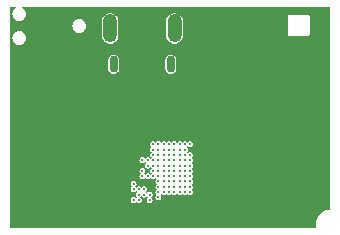
<source format=gbr>
%TF.GenerationSoftware,KiCad,Pcbnew,7.0.7*%
%TF.CreationDate,2023-11-24T16:48:55-08:00*%
%TF.ProjectId,beeper-design,62656570-6572-42d6-9465-7369676e2e6b,rev?*%
%TF.SameCoordinates,Original*%
%TF.FileFunction,Copper,L3,Inr*%
%TF.FilePolarity,Positive*%
%FSLAX46Y46*%
G04 Gerber Fmt 4.6, Leading zero omitted, Abs format (unit mm)*
G04 Created by KiCad (PCBNEW 7.0.7) date 2023-11-24 16:48:55*
%MOMM*%
%LPD*%
G01*
G04 APERTURE LIST*
%TA.AperFunction,ComponentPad*%
%ADD10O,0.730000X1.460000*%
%TD*%
%TA.AperFunction,ComponentPad*%
%ADD11O,1.200000X2.400000*%
%TD*%
%TA.AperFunction,ViaPad*%
%ADD12C,0.300000*%
%TD*%
G04 APERTURE END LIST*
D10*
%TO.N,Net-(C36-Pad1)*%
%TO.C,J6*%
X134719176Y-103485414D03*
X139569176Y-103485414D03*
D11*
X134419176Y-100455414D03*
X139869176Y-100455414D03*
%TD*%
D12*
%TO.N,unconnected-(U1D-P0_03-PadD7)*%
X138955165Y-113410086D03*
%TO.N,unconnected-(U1D-P0_20-PadC8)*%
X138505165Y-113860086D03*
%TO.N,unconnected-(U1B-nRST-PadB10)*%
X137307665Y-114517586D03*
%TO.N,unconnected-(U1E-P1_00-PadK4)*%
X140305165Y-110710086D03*
%TO.N,unconnected-(U1E-P1_07-PadK3)*%
X140755165Y-110710086D03*
%TO.N,unconnected-(U1E-P1_02-PadD5)*%
X139855165Y-113410086D03*
%TO.N,unconnected-(U1E-P1_13-PadH4)*%
X140305165Y-111610086D03*
%TO.N,unconnected-(U1D-P0_16-PadG8)*%
X138505165Y-112060086D03*
%TO.N,unconnected-(U1E-P1_01-PadE8)*%
X138505165Y-112960086D03*
%TO.N,unconnected-(U1E-P1_04-PadB8)*%
X138505165Y-114310086D03*
%TO.N,unconnected-(U1D-P0_23-PadH9)*%
X138055165Y-111610086D03*
%TO.N,unconnected-(U1D-P0_09-PadE7)*%
X138955165Y-112960086D03*
%TO.N,unconnected-(U1D-P0_02-PadD8)*%
X138505165Y-113410086D03*
%TO.N,unconnected-(U1E-P1_10-PadE5)*%
X139855165Y-112960086D03*
%TO.N,unconnected-(U1D-P0_18-PadB11)*%
X136857665Y-114517586D03*
%TO.N,unconnected-(U1D-P0_25-PadC3)*%
X140755165Y-113860086D03*
%TO.N,unconnected-(U1D-P0_10-PadG9)*%
X138055165Y-112060086D03*
%TO.N,unconnected-(U1E-P1_20-PadF3)*%
X140755165Y-112510086D03*
%TO.N,unconnected-(U1E-P1_28-PadF2)*%
X141205165Y-112510086D03*
%TO.N,unconnected-(U1D-P0_15-PadF8)*%
X138505165Y-112510086D03*
%TO.N,unconnected-(U1D-P0_21-PadE10)*%
X137605165Y-112960086D03*
%TO.N,unconnected-(U1D-P0_12-PadD4)*%
X140305165Y-113410086D03*
%TO.N,unconnected-(U1A-OQSIF_CLK-PadB4)*%
X140305165Y-114310086D03*
%TO.N,unconnected-(U1E-P1_19-PadF4)*%
X140305165Y-112510086D03*
%TO.N,unconnected-(U1D-P0_07-PadB6)*%
X139405165Y-114310086D03*
%TO.N,unconnected-(U1D-P0_26-PadC4)*%
X140305165Y-113860086D03*
%TO.N,unconnected-(U1E-P1_15-PadJ6)*%
X139405165Y-111160086D03*
%TO.N,unconnected-(U1D-P0_27-PadL7)*%
X138955165Y-110260086D03*
%TO.N,unconnected-(U1E-P1_24-PadJ3)*%
X140755165Y-111160086D03*
%TO.N,unconnected-(U1D-P0_08-PadG10)*%
X137605165Y-112060086D03*
%TO.N,unconnected-(U1E-P1_08-PadC6)*%
X139405165Y-113860086D03*
%TO.N,unconnected-(U1D-P0_22-PadH2)*%
X141205165Y-111610086D03*
%TO.N,unconnected-(U1D-P0_24-PadF7)*%
X138955165Y-112510086D03*
%TO.N,unconnected-(U1D-P0_17-PadF9)*%
X138055165Y-112510086D03*
%TO.N,unconnected-(U1E-P1_16-PadB5)*%
X139855165Y-114310086D03*
%TO.N,unconnected-(U1A-OQSIF_D3-PadB3)*%
X140755165Y-114310086D03*
%TO.N,unconnected-(U1D-P0_30-PadH10)*%
X137605165Y-111610086D03*
%TO.N,Net-(U1B-XTAL32Mp)*%
X137155165Y-112510086D03*
%TO.N,mcu_mcu-button0_gpio*%
X138055165Y-111160086D03*
%TO.N,/wpwr.module/mcu_mcu-etm_data3*%
X139405165Y-110710086D03*
%TO.N,/wpwr.module/mcu_mcu-mem_sdio2*%
X139855165Y-111610086D03*
%TO.N,/wpwr.module/V18P*%
X141205165Y-111160086D03*
%TO.N,VDDSYS*%
X141205165Y-110710086D03*
%TO.N,mcu_c-i2c_scl*%
X140755165Y-112960086D03*
%TO.N,/wpwr.module/mcu_mcu-mem_sdio0*%
X140305165Y-111160086D03*
%TO.N,GND*%
X138505165Y-111610086D03*
X138505165Y-114760086D03*
X139405165Y-111610086D03*
X137757665Y-114967586D03*
X136407665Y-114967586D03*
X139855165Y-112510086D03*
X139855165Y-112060086D03*
X138505165Y-110260086D03*
X136857665Y-114967586D03*
X136407665Y-113617586D03*
X138955165Y-111610086D03*
X138955165Y-112060086D03*
X137155165Y-112960086D03*
X139405165Y-112510086D03*
X137757665Y-114517586D03*
X136407665Y-114067586D03*
X138055165Y-110260086D03*
X139405165Y-112060086D03*
X141205165Y-113860086D03*
%TO.N,/wpwr.module/mcu_mcu-etm_data0*%
X138505165Y-111160086D03*
%TO.N,/wpwr.module/mcu_mcu-etm_clk*%
X139855165Y-110710086D03*
%TO.N,mcu_q-spi_cs*%
X141205165Y-112960086D03*
%TO.N,board-io_rgb_b*%
X140305165Y-110260086D03*
%TO.N,/wpwr.module/V12*%
X140755165Y-110260086D03*
%TO.N,/wpwr.module/mcu_mcu-etm_data2*%
X138955165Y-111160086D03*
%TO.N,/wpwr.module/mcu_mcu-dbg-m33_swdio*%
X138955165Y-113860086D03*
%TO.N,/wpwr.module/mcu_conn-uart_rx*%
X140305165Y-112960086D03*
%TO.N,/wpwr.module/mcu_mcu-mem_cs*%
X139855165Y-111160086D03*
%TO.N,/wpwr.module/V14*%
X141205165Y-110260086D03*
%TO.N,/wpwr.module/mcu_mcu-mem_sdio1*%
X140755165Y-112060086D03*
%TO.N,mcu_hap-gpio0_gpio*%
X140755165Y-113410086D03*
%TO.N,mcu_c-i2c_sda*%
X141205165Y-113410086D03*
%TO.N,mcu_mcu-wpwr1_gpio*%
X141205165Y-114310086D03*
%TO.N,mcu_q-spi_sdo*%
X138955165Y-114310086D03*
%TO.N,/wpwr.module/mcu_conn-uart_tx*%
X139405165Y-112960086D03*
%TO.N,mcu_q-spi_sdi*%
X141205165Y-112060086D03*
%TO.N,mcu_hap-i2c_scl*%
X139855165Y-113860086D03*
%TO.N,board-io_rgb_r*%
X139855165Y-110260086D03*
%TO.N,mcu_hap-gpio1_gpio*%
X137155165Y-111610086D03*
%TO.N,board-io_rgb_g*%
X139405165Y-110260086D03*
%TO.N,mcu_mcu-wpwr0_gpio*%
X136857665Y-114067586D03*
%TO.N,/wpwr.module/mcu_mcu-etm_data1*%
X138955165Y-110710086D03*
%TO.N,mcu_q-i3c_scl*%
X138055165Y-110710086D03*
%TO.N,mcu_hap-i2c_sda*%
X138055165Y-112960086D03*
%TO.N,/wpwr.module/mcu_mcu-mem_sdio3*%
X140305165Y-112060086D03*
%TO.N,/wpwr.module/mcu_mcu-mem_sck*%
X140755165Y-111610086D03*
%TO.N,mcu_q-spi_sck*%
X137307665Y-114067586D03*
%TO.N,/wpwr.module/mcu_mcu-dbg-m33_swdclk*%
X139405165Y-113410086D03*
%TO.N,board-io_qsen-i3c_sda*%
X138505165Y-110710086D03*
%TD*%
%TA.AperFunction,Conductor*%
%TO.N,VDDSYS*%
G36*
X126484222Y-98684601D02*
G01*
X126488323Y-98694500D01*
X126484222Y-98704399D01*
X126479682Y-98707433D01*
X126458859Y-98716058D01*
X126429321Y-98728293D01*
X126429319Y-98728294D01*
X126308999Y-98820620D01*
X126216673Y-98940940D01*
X126216672Y-98940942D01*
X126158633Y-99081061D01*
X126158633Y-99081063D01*
X126143551Y-99195624D01*
X126138837Y-99231428D01*
X126158554Y-99381196D01*
X126158633Y-99381792D01*
X126158633Y-99381794D01*
X126216672Y-99521913D01*
X126216673Y-99521915D01*
X126254586Y-99571323D01*
X126308999Y-99642236D01*
X126429322Y-99734563D01*
X126569441Y-99792602D01*
X126682056Y-99807428D01*
X126757558Y-99807428D01*
X126870173Y-99792602D01*
X127010292Y-99734563D01*
X127130615Y-99642236D01*
X127222942Y-99521913D01*
X127280981Y-99381794D01*
X127300777Y-99231428D01*
X127280981Y-99081062D01*
X127222942Y-98940943D01*
X127130615Y-98820620D01*
X127059702Y-98766207D01*
X127010294Y-98728294D01*
X127010292Y-98728293D01*
X127010292Y-98728292D01*
X126959932Y-98707433D01*
X126952357Y-98699858D01*
X126952357Y-98689142D01*
X126959933Y-98681566D01*
X126965291Y-98680500D01*
X153055500Y-98680500D01*
X153065399Y-98684601D01*
X153069500Y-98694500D01*
X153069500Y-115805500D01*
X153065399Y-115815399D01*
X153055500Y-115819500D01*
X152907093Y-115819500D01*
X152723565Y-115848568D01*
X152546842Y-115905988D01*
X152381286Y-115990344D01*
X152381270Y-115990354D01*
X152230957Y-116099563D01*
X152230949Y-116099570D01*
X152099570Y-116230949D01*
X152099563Y-116230957D01*
X151990354Y-116381270D01*
X151990344Y-116381286D01*
X151905988Y-116546842D01*
X151848568Y-116723565D01*
X151819500Y-116907093D01*
X151819500Y-117305500D01*
X151815399Y-117315399D01*
X151805500Y-117319500D01*
X125944500Y-117319500D01*
X125934601Y-117315399D01*
X125930500Y-117305500D01*
X125930500Y-114967586D01*
X136152257Y-114967586D01*
X136171698Y-115065324D01*
X136171698Y-115065325D01*
X136171699Y-115065326D01*
X136227064Y-115148187D01*
X136309925Y-115203552D01*
X136407665Y-115222994D01*
X136505405Y-115203552D01*
X136588266Y-115148187D01*
X136621024Y-115099159D01*
X136629934Y-115093207D01*
X136640443Y-115095297D01*
X136644305Y-115099159D01*
X136677064Y-115148187D01*
X136759925Y-115203552D01*
X136857665Y-115222994D01*
X136955405Y-115203552D01*
X137038266Y-115148187D01*
X137093631Y-115065326D01*
X137113073Y-114967586D01*
X137093631Y-114869846D01*
X137038266Y-114786985D01*
X136989238Y-114754226D01*
X136983286Y-114745317D01*
X136985376Y-114734808D01*
X136989239Y-114730945D01*
X137038266Y-114698187D01*
X137071024Y-114649159D01*
X137079934Y-114643207D01*
X137090443Y-114645297D01*
X137094305Y-114649159D01*
X137127064Y-114698187D01*
X137209925Y-114753552D01*
X137307665Y-114772994D01*
X137405405Y-114753552D01*
X137488266Y-114698187D01*
X137521024Y-114649159D01*
X137529934Y-114643207D01*
X137540443Y-114645297D01*
X137544305Y-114649159D01*
X137577064Y-114698187D01*
X137626090Y-114730945D01*
X137632043Y-114739855D01*
X137629953Y-114750364D01*
X137626090Y-114754227D01*
X137577064Y-114786985D01*
X137521698Y-114869847D01*
X137502257Y-114967585D01*
X137502257Y-114967586D01*
X137521698Y-115065324D01*
X137521698Y-115065325D01*
X137521699Y-115065326D01*
X137577064Y-115148187D01*
X137659925Y-115203552D01*
X137757665Y-115222994D01*
X137855405Y-115203552D01*
X137938266Y-115148187D01*
X137993631Y-115065326D01*
X138013073Y-114967586D01*
X137993631Y-114869846D01*
X137938266Y-114786985D01*
X137889238Y-114754226D01*
X137883286Y-114745317D01*
X137885376Y-114734808D01*
X137889239Y-114730945D01*
X137938266Y-114698187D01*
X137993631Y-114615326D01*
X138013073Y-114517586D01*
X137993631Y-114419846D01*
X137938266Y-114336985D01*
X137855405Y-114281620D01*
X137855404Y-114281619D01*
X137855403Y-114281619D01*
X137757665Y-114262178D01*
X137659926Y-114281619D01*
X137577064Y-114336985D01*
X137544306Y-114386011D01*
X137535396Y-114391964D01*
X137524887Y-114389874D01*
X137521024Y-114386011D01*
X137488266Y-114336985D01*
X137439238Y-114304226D01*
X137433286Y-114295317D01*
X137435376Y-114284808D01*
X137439239Y-114280945D01*
X137488266Y-114248187D01*
X137543631Y-114165326D01*
X137563073Y-114067586D01*
X137543631Y-113969846D01*
X137488266Y-113886985D01*
X137405405Y-113831620D01*
X137405404Y-113831619D01*
X137405403Y-113831619D01*
X137307665Y-113812178D01*
X137209926Y-113831619D01*
X137127064Y-113886985D01*
X137094306Y-113936011D01*
X137085396Y-113941964D01*
X137074887Y-113939874D01*
X137071024Y-113936011D01*
X137038266Y-113886985D01*
X136955405Y-113831620D01*
X136955404Y-113831619D01*
X136955403Y-113831619D01*
X136857665Y-113812178D01*
X136759926Y-113831619D01*
X136677064Y-113886985D01*
X136644306Y-113936011D01*
X136635396Y-113941964D01*
X136624887Y-113939874D01*
X136621024Y-113936011D01*
X136588266Y-113886985D01*
X136539238Y-113854226D01*
X136533286Y-113845317D01*
X136535376Y-113834808D01*
X136539239Y-113830945D01*
X136588266Y-113798187D01*
X136643631Y-113715326D01*
X136663073Y-113617586D01*
X136643631Y-113519846D01*
X136588266Y-113436985D01*
X136505405Y-113381620D01*
X136505404Y-113381619D01*
X136505403Y-113381619D01*
X136407665Y-113362178D01*
X136309926Y-113381619D01*
X136227064Y-113436985D01*
X136171698Y-113519847D01*
X136152257Y-113617585D01*
X136152257Y-113617586D01*
X136171698Y-113715324D01*
X136171698Y-113715325D01*
X136171699Y-113715326D01*
X136227064Y-113798187D01*
X136276090Y-113830945D01*
X136282043Y-113839855D01*
X136279953Y-113850364D01*
X136276090Y-113854227D01*
X136227064Y-113886985D01*
X136171698Y-113969847D01*
X136152257Y-114067585D01*
X136152257Y-114067586D01*
X136171698Y-114165324D01*
X136171698Y-114165325D01*
X136171699Y-114165326D01*
X136227064Y-114248187D01*
X136309925Y-114303552D01*
X136407665Y-114322994D01*
X136505405Y-114303552D01*
X136588266Y-114248187D01*
X136621024Y-114199159D01*
X136629934Y-114193207D01*
X136640443Y-114195297D01*
X136644305Y-114199159D01*
X136677064Y-114248187D01*
X136726090Y-114280945D01*
X136732043Y-114289855D01*
X136729953Y-114300364D01*
X136726090Y-114304227D01*
X136677064Y-114336985D01*
X136621698Y-114419847D01*
X136602257Y-114517585D01*
X136602257Y-114517586D01*
X136621698Y-114615324D01*
X136621698Y-114615325D01*
X136621699Y-114615326D01*
X136677064Y-114698187D01*
X136726090Y-114730945D01*
X136732043Y-114739855D01*
X136729953Y-114750364D01*
X136726090Y-114754227D01*
X136677064Y-114786985D01*
X136644306Y-114836011D01*
X136635396Y-114841964D01*
X136624887Y-114839874D01*
X136621024Y-114836011D01*
X136588266Y-114786985D01*
X136505405Y-114731620D01*
X136505404Y-114731619D01*
X136505403Y-114731619D01*
X136407665Y-114712178D01*
X136309926Y-114731619D01*
X136227064Y-114786985D01*
X136171698Y-114869847D01*
X136152257Y-114967585D01*
X136152257Y-114967586D01*
X125930500Y-114967586D01*
X125930500Y-112960086D01*
X136899757Y-112960086D01*
X136919198Y-113057824D01*
X136919198Y-113057825D01*
X136919199Y-113057826D01*
X136974564Y-113140687D01*
X137057425Y-113196052D01*
X137106295Y-113205773D01*
X137155164Y-113215494D01*
X137155164Y-113215493D01*
X137155165Y-113215494D01*
X137252905Y-113196052D01*
X137335766Y-113140687D01*
X137368524Y-113091659D01*
X137377434Y-113085707D01*
X137387943Y-113087797D01*
X137391805Y-113091659D01*
X137424564Y-113140687D01*
X137507425Y-113196052D01*
X137556295Y-113205773D01*
X137605164Y-113215494D01*
X137605164Y-113215493D01*
X137605165Y-113215494D01*
X137702905Y-113196052D01*
X137785766Y-113140687D01*
X137818524Y-113091659D01*
X137827434Y-113085707D01*
X137837943Y-113087797D01*
X137841805Y-113091659D01*
X137874564Y-113140687D01*
X137957425Y-113196052D01*
X138055165Y-113215494D01*
X138152905Y-113196052D01*
X138235766Y-113140687D01*
X138268524Y-113091659D01*
X138277434Y-113085707D01*
X138287943Y-113087797D01*
X138291805Y-113091659D01*
X138324564Y-113140687D01*
X138373590Y-113173445D01*
X138379543Y-113182355D01*
X138377453Y-113192864D01*
X138373590Y-113196727D01*
X138324564Y-113229485D01*
X138269198Y-113312347D01*
X138249757Y-113410085D01*
X138249757Y-113410086D01*
X138269198Y-113507824D01*
X138269198Y-113507825D01*
X138269199Y-113507826D01*
X138324564Y-113590687D01*
X138373591Y-113623445D01*
X138379543Y-113632354D01*
X138377453Y-113642863D01*
X138373590Y-113646725D01*
X138324565Y-113679483D01*
X138269198Y-113762347D01*
X138249757Y-113860085D01*
X138249757Y-113860086D01*
X138269198Y-113957824D01*
X138269198Y-113957825D01*
X138269199Y-113957826D01*
X138324564Y-114040687D01*
X138373590Y-114073445D01*
X138379543Y-114082355D01*
X138377453Y-114092864D01*
X138373590Y-114096727D01*
X138324564Y-114129485D01*
X138269198Y-114212347D01*
X138249757Y-114310085D01*
X138249757Y-114310086D01*
X138269198Y-114407824D01*
X138269198Y-114407825D01*
X138269199Y-114407826D01*
X138324564Y-114490687D01*
X138373590Y-114523445D01*
X138379543Y-114532355D01*
X138377453Y-114542864D01*
X138373590Y-114546727D01*
X138324564Y-114579485D01*
X138269198Y-114662347D01*
X138249757Y-114760085D01*
X138249757Y-114760086D01*
X138269198Y-114857824D01*
X138269198Y-114857825D01*
X138269199Y-114857826D01*
X138324564Y-114940687D01*
X138407425Y-114996052D01*
X138505165Y-115015494D01*
X138602905Y-114996052D01*
X138685766Y-114940687D01*
X138741131Y-114857826D01*
X138760573Y-114760086D01*
X138754910Y-114731619D01*
X138741131Y-114662347D01*
X138741131Y-114662346D01*
X138685766Y-114579485D01*
X138636738Y-114546726D01*
X138630786Y-114537817D01*
X138632876Y-114527308D01*
X138636739Y-114523445D01*
X138685766Y-114490687D01*
X138718524Y-114441659D01*
X138727434Y-114435707D01*
X138737943Y-114437797D01*
X138741805Y-114441659D01*
X138774564Y-114490687D01*
X138857425Y-114546052D01*
X138906295Y-114555773D01*
X138955164Y-114565494D01*
X138955164Y-114565493D01*
X138955165Y-114565494D01*
X139052905Y-114546052D01*
X139135766Y-114490687D01*
X139168524Y-114441659D01*
X139177434Y-114435707D01*
X139187943Y-114437797D01*
X139191805Y-114441659D01*
X139224564Y-114490687D01*
X139307425Y-114546052D01*
X139356295Y-114555773D01*
X139405164Y-114565494D01*
X139405164Y-114565493D01*
X139405165Y-114565494D01*
X139502905Y-114546052D01*
X139585766Y-114490687D01*
X139618524Y-114441659D01*
X139627434Y-114435707D01*
X139637943Y-114437797D01*
X139641805Y-114441659D01*
X139674564Y-114490687D01*
X139757425Y-114546052D01*
X139855165Y-114565494D01*
X139952905Y-114546052D01*
X140035766Y-114490687D01*
X140068523Y-114441659D01*
X140077432Y-114435707D01*
X140087942Y-114437797D01*
X140091804Y-114441660D01*
X140124562Y-114490685D01*
X140124563Y-114490685D01*
X140124564Y-114490687D01*
X140207425Y-114546052D01*
X140305165Y-114565494D01*
X140402905Y-114546052D01*
X140485766Y-114490687D01*
X140518524Y-114441659D01*
X140527434Y-114435707D01*
X140537943Y-114437797D01*
X140541805Y-114441659D01*
X140574564Y-114490687D01*
X140657425Y-114546052D01*
X140706295Y-114555773D01*
X140755164Y-114565494D01*
X140755164Y-114565493D01*
X140755165Y-114565494D01*
X140852905Y-114546052D01*
X140935766Y-114490687D01*
X140968524Y-114441659D01*
X140977434Y-114435707D01*
X140987943Y-114437797D01*
X140991805Y-114441659D01*
X141024564Y-114490687D01*
X141107425Y-114546052D01*
X141156295Y-114555773D01*
X141205164Y-114565494D01*
X141205164Y-114565493D01*
X141205165Y-114565494D01*
X141302905Y-114546052D01*
X141385766Y-114490687D01*
X141441131Y-114407826D01*
X141460573Y-114310086D01*
X141454910Y-114281619D01*
X141441131Y-114212347D01*
X141441131Y-114212346D01*
X141385766Y-114129485D01*
X141336738Y-114096726D01*
X141330786Y-114087817D01*
X141332876Y-114077308D01*
X141336739Y-114073445D01*
X141385766Y-114040687D01*
X141441131Y-113957826D01*
X141460573Y-113860086D01*
X141454910Y-113831619D01*
X141441131Y-113762347D01*
X141441131Y-113762346D01*
X141385766Y-113679485D01*
X141336738Y-113646726D01*
X141330786Y-113637817D01*
X141332876Y-113627308D01*
X141336739Y-113623445D01*
X141385766Y-113590687D01*
X141441131Y-113507826D01*
X141460573Y-113410086D01*
X141454910Y-113381619D01*
X141441131Y-113312347D01*
X141441131Y-113312346D01*
X141385766Y-113229485D01*
X141336738Y-113196726D01*
X141330786Y-113187817D01*
X141332876Y-113177308D01*
X141336739Y-113173445D01*
X141385766Y-113140687D01*
X141441131Y-113057826D01*
X141460573Y-112960086D01*
X141441131Y-112862346D01*
X141385766Y-112779485D01*
X141385764Y-112779484D01*
X141385764Y-112779483D01*
X141336739Y-112746725D01*
X141330786Y-112737816D01*
X141332877Y-112727307D01*
X141336737Y-112723445D01*
X141385766Y-112690687D01*
X141441131Y-112607826D01*
X141460573Y-112510086D01*
X141441131Y-112412346D01*
X141385766Y-112329485D01*
X141336738Y-112296726D01*
X141330786Y-112287817D01*
X141332876Y-112277308D01*
X141336739Y-112273445D01*
X141385766Y-112240687D01*
X141441131Y-112157826D01*
X141460573Y-112060086D01*
X141441131Y-111962346D01*
X141385766Y-111879485D01*
X141336738Y-111846726D01*
X141330786Y-111837817D01*
X141332876Y-111827308D01*
X141336739Y-111823445D01*
X141385766Y-111790687D01*
X141441131Y-111707826D01*
X141460573Y-111610086D01*
X141441131Y-111512346D01*
X141385766Y-111429485D01*
X141363420Y-111414554D01*
X141336739Y-111396726D01*
X141330786Y-111387816D01*
X141332876Y-111377307D01*
X141336735Y-111373447D01*
X141385766Y-111340687D01*
X141441131Y-111257826D01*
X141460573Y-111160086D01*
X141441131Y-111062346D01*
X141385766Y-110979485D01*
X141302905Y-110924120D01*
X141302904Y-110924119D01*
X141302903Y-110924119D01*
X141205165Y-110904678D01*
X141107426Y-110924119D01*
X141024564Y-110979485D01*
X140991806Y-111028511D01*
X140982896Y-111034464D01*
X140972387Y-111032374D01*
X140968524Y-111028511D01*
X140935766Y-110979485D01*
X140886738Y-110946726D01*
X140880786Y-110937817D01*
X140882876Y-110927308D01*
X140886739Y-110923445D01*
X140935766Y-110890687D01*
X140991131Y-110807826D01*
X141010573Y-110710086D01*
X140991131Y-110612346D01*
X140935766Y-110529485D01*
X140886738Y-110496726D01*
X140880786Y-110487817D01*
X140882876Y-110477308D01*
X140886739Y-110473445D01*
X140935766Y-110440687D01*
X140968524Y-110391659D01*
X140977434Y-110385707D01*
X140987943Y-110387797D01*
X140991805Y-110391659D01*
X141024564Y-110440687D01*
X141107425Y-110496052D01*
X141156295Y-110505773D01*
X141205164Y-110515494D01*
X141205164Y-110515493D01*
X141205165Y-110515494D01*
X141302905Y-110496052D01*
X141385766Y-110440687D01*
X141441131Y-110357826D01*
X141460573Y-110260086D01*
X141441131Y-110162346D01*
X141385766Y-110079485D01*
X141302905Y-110024120D01*
X141302904Y-110024119D01*
X141302903Y-110024119D01*
X141205165Y-110004678D01*
X141107426Y-110024119D01*
X141024564Y-110079485D01*
X140991806Y-110128511D01*
X140982896Y-110134464D01*
X140972387Y-110132374D01*
X140968524Y-110128511D01*
X140935766Y-110079485D01*
X140852905Y-110024120D01*
X140852904Y-110024119D01*
X140852903Y-110024119D01*
X140755165Y-110004678D01*
X140657426Y-110024119D01*
X140574564Y-110079485D01*
X140541806Y-110128511D01*
X140532896Y-110134464D01*
X140522387Y-110132374D01*
X140518524Y-110128511D01*
X140485766Y-110079485D01*
X140402905Y-110024120D01*
X140402904Y-110024119D01*
X140402903Y-110024119D01*
X140305165Y-110004678D01*
X140207426Y-110024119D01*
X140124564Y-110079485D01*
X140091806Y-110128511D01*
X140082896Y-110134464D01*
X140072387Y-110132374D01*
X140068524Y-110128511D01*
X140035766Y-110079485D01*
X139952905Y-110024120D01*
X139952904Y-110024119D01*
X139952903Y-110024119D01*
X139855165Y-110004678D01*
X139757426Y-110024119D01*
X139674564Y-110079485D01*
X139641806Y-110128511D01*
X139632896Y-110134464D01*
X139622387Y-110132374D01*
X139618524Y-110128511D01*
X139585766Y-110079485D01*
X139502905Y-110024120D01*
X139502904Y-110024119D01*
X139502903Y-110024119D01*
X139405165Y-110004678D01*
X139307426Y-110024119D01*
X139224564Y-110079485D01*
X139191806Y-110128511D01*
X139182896Y-110134464D01*
X139172387Y-110132374D01*
X139168524Y-110128511D01*
X139135766Y-110079485D01*
X139052905Y-110024120D01*
X139052904Y-110024119D01*
X139052903Y-110024119D01*
X138955165Y-110004678D01*
X138857426Y-110024119D01*
X138774564Y-110079485D01*
X138741806Y-110128511D01*
X138732896Y-110134464D01*
X138722387Y-110132374D01*
X138718524Y-110128511D01*
X138685766Y-110079485D01*
X138602905Y-110024120D01*
X138602904Y-110024119D01*
X138602903Y-110024119D01*
X138505165Y-110004678D01*
X138407426Y-110024119D01*
X138324564Y-110079485D01*
X138291806Y-110128511D01*
X138282896Y-110134464D01*
X138272387Y-110132374D01*
X138268524Y-110128511D01*
X138235766Y-110079485D01*
X138152905Y-110024120D01*
X138152904Y-110024119D01*
X138152903Y-110024119D01*
X138055165Y-110004678D01*
X137957426Y-110024119D01*
X137874564Y-110079485D01*
X137819198Y-110162347D01*
X137799757Y-110260085D01*
X137799757Y-110260086D01*
X137819198Y-110357824D01*
X137819198Y-110357825D01*
X137819199Y-110357826D01*
X137874564Y-110440687D01*
X137923590Y-110473445D01*
X137929543Y-110482355D01*
X137927453Y-110492864D01*
X137923590Y-110496727D01*
X137874564Y-110529485D01*
X137819198Y-110612347D01*
X137799757Y-110710085D01*
X137799757Y-110710086D01*
X137819198Y-110807824D01*
X137819198Y-110807825D01*
X137819199Y-110807826D01*
X137874564Y-110890687D01*
X137923591Y-110923445D01*
X137929543Y-110932354D01*
X137927453Y-110942863D01*
X137923590Y-110946725D01*
X137874565Y-110979483D01*
X137819198Y-111062347D01*
X137799757Y-111160085D01*
X137799757Y-111160086D01*
X137819198Y-111257824D01*
X137819198Y-111257825D01*
X137819199Y-111257826D01*
X137874564Y-111340687D01*
X137923590Y-111373445D01*
X137929543Y-111382355D01*
X137927453Y-111392864D01*
X137923590Y-111396727D01*
X137874564Y-111429485D01*
X137841806Y-111478511D01*
X137832896Y-111484464D01*
X137822387Y-111482374D01*
X137818524Y-111478511D01*
X137785766Y-111429485D01*
X137702905Y-111374120D01*
X137702904Y-111374119D01*
X137702903Y-111374119D01*
X137605165Y-111354678D01*
X137507426Y-111374119D01*
X137424564Y-111429485D01*
X137391806Y-111478511D01*
X137382896Y-111484464D01*
X137372387Y-111482374D01*
X137368524Y-111478511D01*
X137335766Y-111429485D01*
X137252905Y-111374120D01*
X137252904Y-111374119D01*
X137252903Y-111374119D01*
X137155165Y-111354678D01*
X137057426Y-111374119D01*
X136974564Y-111429485D01*
X136919198Y-111512347D01*
X136899757Y-111610085D01*
X136899757Y-111610086D01*
X136919198Y-111707824D01*
X136919198Y-111707825D01*
X136919199Y-111707826D01*
X136974564Y-111790687D01*
X137057425Y-111846052D01*
X137155165Y-111865494D01*
X137252905Y-111846052D01*
X137335766Y-111790687D01*
X137368524Y-111741659D01*
X137377434Y-111735707D01*
X137387943Y-111737797D01*
X137391805Y-111741659D01*
X137424564Y-111790687D01*
X137473591Y-111823445D01*
X137479543Y-111832354D01*
X137477453Y-111842863D01*
X137473590Y-111846725D01*
X137424565Y-111879483D01*
X137369198Y-111962347D01*
X137349757Y-112060085D01*
X137349757Y-112060086D01*
X137369198Y-112157824D01*
X137369198Y-112157825D01*
X137369199Y-112157826D01*
X137424564Y-112240687D01*
X137507425Y-112296052D01*
X137605165Y-112315494D01*
X137702905Y-112296052D01*
X137785766Y-112240687D01*
X137818524Y-112191659D01*
X137827434Y-112185707D01*
X137837943Y-112187797D01*
X137841805Y-112191659D01*
X137874564Y-112240687D01*
X137923590Y-112273445D01*
X137929543Y-112282355D01*
X137927453Y-112292864D01*
X137923590Y-112296727D01*
X137874564Y-112329485D01*
X137819198Y-112412347D01*
X137799757Y-112510085D01*
X137799757Y-112510086D01*
X137819198Y-112607824D01*
X137819198Y-112607825D01*
X137819199Y-112607826D01*
X137874564Y-112690687D01*
X137923591Y-112723445D01*
X137929543Y-112732354D01*
X137927453Y-112742863D01*
X137923590Y-112746725D01*
X137874565Y-112779483D01*
X137841806Y-112828511D01*
X137832896Y-112834464D01*
X137822387Y-112832374D01*
X137818524Y-112828511D01*
X137785766Y-112779485D01*
X137702905Y-112724120D01*
X137702904Y-112724119D01*
X137702903Y-112724119D01*
X137605165Y-112704678D01*
X137507426Y-112724119D01*
X137424564Y-112779485D01*
X137391806Y-112828511D01*
X137382896Y-112834464D01*
X137372387Y-112832374D01*
X137368524Y-112828511D01*
X137335766Y-112779485D01*
X137286738Y-112746726D01*
X137280786Y-112737817D01*
X137282876Y-112727308D01*
X137286739Y-112723445D01*
X137335766Y-112690687D01*
X137391131Y-112607826D01*
X137410573Y-112510086D01*
X137391131Y-112412346D01*
X137335766Y-112329485D01*
X137252905Y-112274120D01*
X137252904Y-112274119D01*
X137252903Y-112274119D01*
X137155165Y-112254678D01*
X137057426Y-112274119D01*
X136974564Y-112329485D01*
X136919198Y-112412347D01*
X136899757Y-112510085D01*
X136899757Y-112510086D01*
X136919198Y-112607824D01*
X136919198Y-112607825D01*
X136919199Y-112607826D01*
X136974564Y-112690687D01*
X137023591Y-112723445D01*
X137029543Y-112732354D01*
X137027453Y-112742863D01*
X137023590Y-112746725D01*
X136974565Y-112779483D01*
X136919198Y-112862347D01*
X136899757Y-112960085D01*
X136899757Y-112960086D01*
X125930500Y-112960086D01*
X125930500Y-103885298D01*
X134253676Y-103885298D01*
X134269332Y-103989173D01*
X134330216Y-104115599D01*
X134330217Y-104115601D01*
X134379726Y-104168958D01*
X134425663Y-104218468D01*
X134494313Y-104258102D01*
X134547189Y-104288630D01*
X134683996Y-104319856D01*
X134823930Y-104309369D01*
X134954555Y-104258102D01*
X135064266Y-104170611D01*
X135143314Y-104054668D01*
X135184676Y-103920577D01*
X135184676Y-103885298D01*
X139103676Y-103885298D01*
X139119332Y-103989173D01*
X139180216Y-104115599D01*
X139180217Y-104115601D01*
X139229726Y-104168958D01*
X139275663Y-104218468D01*
X139344313Y-104258102D01*
X139397189Y-104288630D01*
X139533996Y-104319856D01*
X139673930Y-104309369D01*
X139804555Y-104258102D01*
X139914266Y-104170611D01*
X139993314Y-104054668D01*
X140034676Y-103920577D01*
X140034676Y-103085529D01*
X140019020Y-102981656D01*
X139958135Y-102855227D01*
X139905053Y-102798019D01*
X139862688Y-102752359D01*
X139741163Y-102682198D01*
X139741160Y-102682197D01*
X139661807Y-102664085D01*
X139604356Y-102650972D01*
X139604355Y-102650972D01*
X139464418Y-102661459D01*
X139333796Y-102712725D01*
X139224086Y-102800216D01*
X139224084Y-102800218D01*
X139145040Y-102916156D01*
X139145037Y-102916161D01*
X139103676Y-103050252D01*
X139103676Y-103885298D01*
X135184676Y-103885298D01*
X135184676Y-103085529D01*
X135169020Y-102981656D01*
X135108135Y-102855227D01*
X135055053Y-102798019D01*
X135012688Y-102752359D01*
X134891163Y-102682198D01*
X134891160Y-102682197D01*
X134811807Y-102664085D01*
X134754356Y-102650972D01*
X134754355Y-102650972D01*
X134614418Y-102661459D01*
X134483796Y-102712725D01*
X134374086Y-102800216D01*
X134374084Y-102800218D01*
X134295040Y-102916156D01*
X134295037Y-102916161D01*
X134253676Y-103050252D01*
X134253676Y-103885298D01*
X125930500Y-103885298D01*
X125930500Y-101263430D01*
X126138837Y-101263430D01*
X126158633Y-101413792D01*
X126158633Y-101413794D01*
X126216672Y-101553913D01*
X126216673Y-101553915D01*
X126254586Y-101603323D01*
X126308999Y-101674236D01*
X126362390Y-101715204D01*
X126415442Y-101755913D01*
X126429322Y-101766563D01*
X126569441Y-101824602D01*
X126682056Y-101839428D01*
X126757558Y-101839428D01*
X126870173Y-101824602D01*
X127010292Y-101766563D01*
X127130615Y-101674236D01*
X127222942Y-101553913D01*
X127280981Y-101413794D01*
X127300777Y-101263428D01*
X127280981Y-101113062D01*
X127274656Y-101097791D01*
X133718676Y-101097791D01*
X133734036Y-101224288D01*
X133734036Y-101224290D01*
X133794357Y-101383342D01*
X133794358Y-101383344D01*
X133890993Y-101523343D01*
X133890994Y-101523345D01*
X134018320Y-101636145D01*
X134018322Y-101636146D01*
X134018324Y-101636148D01*
X134018326Y-101636149D01*
X134018329Y-101636151D01*
X134168952Y-101715205D01*
X134291677Y-101745452D01*
X134334120Y-101755914D01*
X134504232Y-101755914D01*
X134586816Y-101735558D01*
X134669399Y-101715205D01*
X134820022Y-101636151D01*
X134820020Y-101636151D01*
X134820028Y-101636148D01*
X134912850Y-101553915D01*
X134947357Y-101523345D01*
X134947357Y-101523344D01*
X134947359Y-101523343D01*
X135043994Y-101383344D01*
X135089473Y-101263425D01*
X135104315Y-101224290D01*
X135104315Y-101224288D01*
X135104314Y-101224288D01*
X135104316Y-101224286D01*
X135119675Y-101097791D01*
X139168676Y-101097791D01*
X139184036Y-101224288D01*
X139184036Y-101224290D01*
X139244357Y-101383342D01*
X139244358Y-101383344D01*
X139340992Y-101523343D01*
X139340993Y-101523343D01*
X139340994Y-101523345D01*
X139468320Y-101636145D01*
X139468322Y-101636146D01*
X139468324Y-101636148D01*
X139468326Y-101636149D01*
X139468329Y-101636151D01*
X139618952Y-101715205D01*
X139741677Y-101745452D01*
X139784120Y-101755914D01*
X139954232Y-101755914D01*
X140036816Y-101735558D01*
X140119399Y-101715205D01*
X140270022Y-101636151D01*
X140270020Y-101636151D01*
X140270028Y-101636148D01*
X140362850Y-101553915D01*
X140397357Y-101523345D01*
X140397357Y-101523344D01*
X140397359Y-101523343D01*
X140493994Y-101383344D01*
X140539473Y-101263425D01*
X140554315Y-101224290D01*
X140554315Y-101224288D01*
X140554314Y-101224288D01*
X140554316Y-101224286D01*
X140569676Y-101097786D01*
X140569676Y-100933406D01*
X149436602Y-100933406D01*
X149440598Y-100966313D01*
X149440649Y-100967158D01*
X149440649Y-100977734D01*
X149443178Y-100987996D01*
X149443331Y-100988827D01*
X149447328Y-101021736D01*
X149452352Y-101029015D01*
X149454423Y-101033617D01*
X149456540Y-101042206D01*
X149456541Y-101042207D01*
X149478522Y-101067018D01*
X149479039Y-101067679D01*
X149486916Y-101079090D01*
X149497873Y-101094964D01*
X149504504Y-101098444D01*
X149505706Y-101099075D01*
X149509679Y-101102187D01*
X149515545Y-101108808D01*
X149546546Y-101120565D01*
X149547291Y-101120900D01*
X149576660Y-101136314D01*
X149585505Y-101136314D01*
X149590468Y-101137223D01*
X149598741Y-101140361D01*
X149631649Y-101136364D01*
X149632494Y-101136314D01*
X151085505Y-101136314D01*
X151090468Y-101137223D01*
X151098741Y-101140361D01*
X151131649Y-101136364D01*
X151132494Y-101136314D01*
X151143065Y-101136314D01*
X151143066Y-101136314D01*
X151153345Y-101133779D01*
X151154148Y-101133631D01*
X151187071Y-101129635D01*
X151194352Y-101124608D01*
X151198949Y-101122539D01*
X151207542Y-101120422D01*
X151232354Y-101098439D01*
X151232998Y-101097933D01*
X151260299Y-101079090D01*
X151264412Y-101071252D01*
X151267525Y-101067280D01*
X151274143Y-101061418D01*
X151285903Y-101030409D01*
X151286232Y-101029676D01*
X151301649Y-101000303D01*
X151301649Y-100991456D01*
X151302559Y-100986492D01*
X151305696Y-100978222D01*
X151301700Y-100945313D01*
X151301649Y-100944468D01*
X151301649Y-99491457D01*
X151302559Y-99486492D01*
X151305696Y-99478222D01*
X151301700Y-99445313D01*
X151301649Y-99444468D01*
X151301649Y-99433896D01*
X151300886Y-99430806D01*
X151299115Y-99423619D01*
X151298966Y-99422810D01*
X151294970Y-99389892D01*
X151294969Y-99389890D01*
X151294969Y-99389889D01*
X151289945Y-99382611D01*
X151287874Y-99378010D01*
X151285757Y-99369421D01*
X151263772Y-99344605D01*
X151263262Y-99343955D01*
X151244425Y-99316664D01*
X151244424Y-99316663D01*
X151236589Y-99312551D01*
X151232617Y-99309439D01*
X151226753Y-99302820D01*
X151195765Y-99291066D01*
X151194994Y-99290719D01*
X151165638Y-99275314D01*
X151156793Y-99275314D01*
X151151829Y-99274404D01*
X151143557Y-99271267D01*
X151143556Y-99271267D01*
X151110649Y-99275263D01*
X151109804Y-99275314D01*
X149656793Y-99275314D01*
X149651829Y-99274404D01*
X149643557Y-99271267D01*
X149643556Y-99271267D01*
X149610649Y-99275263D01*
X149609804Y-99275314D01*
X149599229Y-99275314D01*
X149588966Y-99277844D01*
X149588135Y-99277996D01*
X149555228Y-99281992D01*
X149555224Y-99281994D01*
X149547946Y-99287017D01*
X149543348Y-99289087D01*
X149534756Y-99291206D01*
X149509948Y-99313183D01*
X149509282Y-99313704D01*
X149482000Y-99332536D01*
X149481998Y-99332538D01*
X149477885Y-99340375D01*
X149474775Y-99344343D01*
X149471675Y-99347090D01*
X149468154Y-99350210D01*
X149456401Y-99381196D01*
X149456054Y-99381967D01*
X149440649Y-99411324D01*
X149440649Y-99420170D01*
X149439739Y-99425135D01*
X149436602Y-99433405D01*
X149436602Y-99433406D01*
X149440598Y-99466313D01*
X149440649Y-99467158D01*
X149440649Y-100920170D01*
X149439739Y-100925135D01*
X149436602Y-100933405D01*
X149436602Y-100933406D01*
X140569676Y-100933406D01*
X140569676Y-99813042D01*
X140554316Y-99686542D01*
X140554315Y-99686539D01*
X140554315Y-99686537D01*
X140493994Y-99527485D01*
X140493994Y-99527484D01*
X140397359Y-99387485D01*
X140397358Y-99387484D01*
X140397357Y-99387482D01*
X140270031Y-99274682D01*
X140270022Y-99274676D01*
X140119399Y-99195622D01*
X139954234Y-99154914D01*
X139954232Y-99154914D01*
X139784120Y-99154914D01*
X139784117Y-99154914D01*
X139618952Y-99195622D01*
X139468329Y-99274676D01*
X139468320Y-99274682D01*
X139340994Y-99387482D01*
X139340993Y-99387484D01*
X139244357Y-99527485D01*
X139184036Y-99686537D01*
X139184036Y-99686539D01*
X139168676Y-99813036D01*
X139168676Y-101097791D01*
X135119675Y-101097791D01*
X135119676Y-101097786D01*
X135119676Y-99813042D01*
X135104316Y-99686542D01*
X135104315Y-99686539D01*
X135104315Y-99686537D01*
X135043994Y-99527485D01*
X135043994Y-99527484D01*
X134947359Y-99387485D01*
X134947358Y-99387484D01*
X134947357Y-99387482D01*
X134820031Y-99274682D01*
X134820022Y-99274676D01*
X134669399Y-99195622D01*
X134504234Y-99154914D01*
X134504232Y-99154914D01*
X134334120Y-99154914D01*
X134334117Y-99154914D01*
X134168952Y-99195622D01*
X134018329Y-99274676D01*
X134018320Y-99274682D01*
X133890994Y-99387482D01*
X133890993Y-99387484D01*
X133794357Y-99527485D01*
X133734036Y-99686537D01*
X133734036Y-99686539D01*
X133718676Y-99813036D01*
X133718676Y-101097791D01*
X127274656Y-101097791D01*
X127222942Y-100972943D01*
X127130615Y-100852620D01*
X127029868Y-100775314D01*
X127010294Y-100760294D01*
X127010292Y-100760293D01*
X127010292Y-100760292D01*
X126870173Y-100702254D01*
X126842019Y-100698547D01*
X126757561Y-100687428D01*
X126757558Y-100687428D01*
X126682056Y-100687428D01*
X126682052Y-100687428D01*
X126591963Y-100699288D01*
X126569441Y-100702254D01*
X126569440Y-100702254D01*
X126429321Y-100760293D01*
X126429319Y-100760294D01*
X126308999Y-100852620D01*
X126216673Y-100972940D01*
X126216672Y-100972942D01*
X126163138Y-101102187D01*
X126158633Y-101113062D01*
X126155905Y-101133782D01*
X126138837Y-101263425D01*
X126138837Y-101263430D01*
X125930500Y-101263430D01*
X125930500Y-100247430D01*
X131218837Y-100247430D01*
X131238633Y-100397792D01*
X131238633Y-100397794D01*
X131296672Y-100537913D01*
X131296673Y-100537915D01*
X131334586Y-100587323D01*
X131388999Y-100658236D01*
X131509322Y-100750563D01*
X131649441Y-100808602D01*
X131762056Y-100823428D01*
X131837558Y-100823428D01*
X131950173Y-100808602D01*
X132090292Y-100750563D01*
X132210615Y-100658236D01*
X132302942Y-100537913D01*
X132360981Y-100397794D01*
X132380777Y-100247428D01*
X132360981Y-100097062D01*
X132302942Y-99956943D01*
X132210615Y-99836620D01*
X132139702Y-99782207D01*
X132090294Y-99744294D01*
X132090292Y-99744293D01*
X132090291Y-99744292D01*
X131950173Y-99686254D01*
X131922019Y-99682547D01*
X131837561Y-99671428D01*
X131837558Y-99671428D01*
X131762056Y-99671428D01*
X131762052Y-99671428D01*
X131671964Y-99683288D01*
X131649441Y-99686254D01*
X131649440Y-99686254D01*
X131509321Y-99744293D01*
X131509319Y-99744294D01*
X131388999Y-99836620D01*
X131296673Y-99956940D01*
X131296672Y-99956942D01*
X131238633Y-100097061D01*
X131238633Y-100097063D01*
X131218837Y-100247425D01*
X131218837Y-100247430D01*
X125930500Y-100247430D01*
X125930500Y-98694500D01*
X125934601Y-98684601D01*
X125944500Y-98680500D01*
X126474323Y-98680500D01*
X126484222Y-98684601D01*
G37*
%TD.AperFunction*%
%TD*%
M02*

</source>
